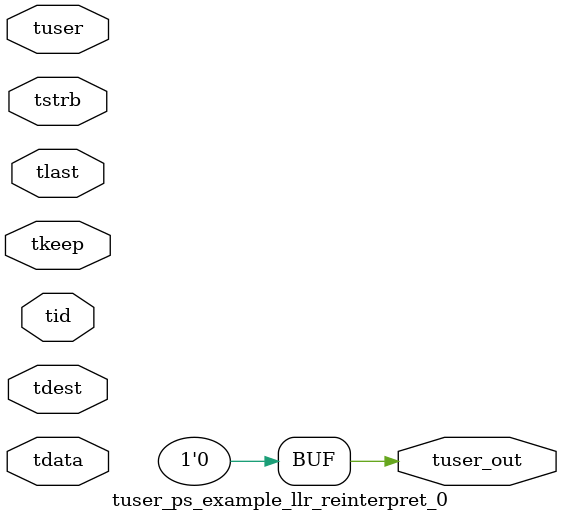
<source format=v>


`timescale 1ps/1ps

module tuser_ps_example_llr_reinterpret_0 #
(
parameter C_S_AXIS_TUSER_WIDTH = 1,
parameter C_S_AXIS_TDATA_WIDTH = 32,
parameter C_S_AXIS_TID_WIDTH   = 0,
parameter C_S_AXIS_TDEST_WIDTH = 0,
parameter C_M_AXIS_TUSER_WIDTH = 1
)
(
input  [(C_S_AXIS_TUSER_WIDTH == 0 ? 1 : C_S_AXIS_TUSER_WIDTH)-1:0     ] tuser,
input  [(C_S_AXIS_TDATA_WIDTH == 0 ? 1 : C_S_AXIS_TDATA_WIDTH)-1:0     ] tdata,
input  [(C_S_AXIS_TID_WIDTH   == 0 ? 1 : C_S_AXIS_TID_WIDTH)-1:0       ] tid,
input  [(C_S_AXIS_TDEST_WIDTH == 0 ? 1 : C_S_AXIS_TDEST_WIDTH)-1:0     ] tdest,
input  [(C_S_AXIS_TDATA_WIDTH/8)-1:0 ] tkeep,
input  [(C_S_AXIS_TDATA_WIDTH/8)-1:0 ] tstrb,
input                                                                    tlast,
output [C_M_AXIS_TUSER_WIDTH-1:0] tuser_out
);

assign tuser_out = {1'b0};

endmodule


</source>
